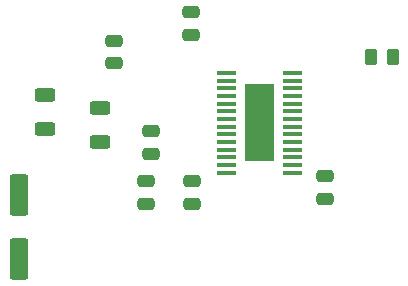
<source format=gbr>
%TF.GenerationSoftware,KiCad,Pcbnew,8.0.5*%
%TF.CreationDate,2025-03-31T18:24:30-05:00*%
%TF.ProjectId,new_MotorDriver_v1.5_NEW,6e65775f-4d6f-4746-9f72-447269766572,rev?*%
%TF.SameCoordinates,Original*%
%TF.FileFunction,Paste,Top*%
%TF.FilePolarity,Positive*%
%FSLAX46Y46*%
G04 Gerber Fmt 4.6, Leading zero omitted, Abs format (unit mm)*
G04 Created by KiCad (PCBNEW 8.0.5) date 2025-03-31 18:24:30*
%MOMM*%
%LPD*%
G01*
G04 APERTURE LIST*
G04 Aperture macros list*
%AMRoundRect*
0 Rectangle with rounded corners*
0 $1 Rounding radius*
0 $2 $3 $4 $5 $6 $7 $8 $9 X,Y pos of 4 corners*
0 Add a 4 corners polygon primitive as box body*
4,1,4,$2,$3,$4,$5,$6,$7,$8,$9,$2,$3,0*
0 Add four circle primitives for the rounded corners*
1,1,$1+$1,$2,$3*
1,1,$1+$1,$4,$5*
1,1,$1+$1,$6,$7*
1,1,$1+$1,$8,$9*
0 Add four rect primitives between the rounded corners*
20,1,$1+$1,$2,$3,$4,$5,0*
20,1,$1+$1,$4,$5,$6,$7,0*
20,1,$1+$1,$6,$7,$8,$9,0*
20,1,$1+$1,$8,$9,$2,$3,0*%
G04 Aperture macros list end*
%ADD10C,0.010000*%
%ADD11RoundRect,0.250000X-0.550000X1.500000X-0.550000X-1.500000X0.550000X-1.500000X0.550000X1.500000X0*%
%ADD12RoundRect,0.250000X-0.625000X0.312500X-0.625000X-0.312500X0.625000X-0.312500X0.625000X0.312500X0*%
%ADD13RoundRect,0.250000X-0.262500X-0.450000X0.262500X-0.450000X0.262500X0.450000X-0.262500X0.450000X0*%
%ADD14RoundRect,0.250000X-0.475000X0.250000X-0.475000X-0.250000X0.475000X-0.250000X0.475000X0.250000X0*%
%ADD15RoundRect,0.250000X0.475000X-0.250000X0.475000X0.250000X-0.475000X0.250000X-0.475000X-0.250000X0*%
G04 APERTURE END LIST*
D10*
%TO.C,U1*%
X85775000Y-65575000D02*
X84225000Y-65575000D01*
X84225000Y-65325000D01*
X85775000Y-65325000D01*
X85775000Y-65575000D01*
G36*
X85775000Y-65575000D02*
G01*
X84225000Y-65575000D01*
X84225000Y-65325000D01*
X85775000Y-65325000D01*
X85775000Y-65575000D01*
G37*
X85775000Y-64925000D02*
X84225000Y-64925000D01*
X84225000Y-64675000D01*
X85775000Y-64675000D01*
X85775000Y-64925000D01*
G36*
X85775000Y-64925000D02*
G01*
X84225000Y-64925000D01*
X84225000Y-64675000D01*
X85775000Y-64675000D01*
X85775000Y-64925000D01*
G37*
X85775000Y-64275000D02*
X84225000Y-64275000D01*
X84225000Y-64025000D01*
X85775000Y-64025000D01*
X85775000Y-64275000D01*
G36*
X85775000Y-64275000D02*
G01*
X84225000Y-64275000D01*
X84225000Y-64025000D01*
X85775000Y-64025000D01*
X85775000Y-64275000D01*
G37*
X85775000Y-63625000D02*
X84225000Y-63625000D01*
X84225000Y-63375000D01*
X85775000Y-63375000D01*
X85775000Y-63625000D01*
G36*
X85775000Y-63625000D02*
G01*
X84225000Y-63625000D01*
X84225000Y-63375000D01*
X85775000Y-63375000D01*
X85775000Y-63625000D01*
G37*
X85775000Y-62975000D02*
X84225000Y-62975000D01*
X84225000Y-62725000D01*
X85775000Y-62725000D01*
X85775000Y-62975000D01*
G36*
X85775000Y-62975000D02*
G01*
X84225000Y-62975000D01*
X84225000Y-62725000D01*
X85775000Y-62725000D01*
X85775000Y-62975000D01*
G37*
X85775000Y-62325000D02*
X84225000Y-62325000D01*
X84225000Y-62075000D01*
X85775000Y-62075000D01*
X85775000Y-62325000D01*
G36*
X85775000Y-62325000D02*
G01*
X84225000Y-62325000D01*
X84225000Y-62075000D01*
X85775000Y-62075000D01*
X85775000Y-62325000D01*
G37*
X85775000Y-61675000D02*
X84225000Y-61675000D01*
X84225000Y-61425000D01*
X85775000Y-61425000D01*
X85775000Y-61675000D01*
G36*
X85775000Y-61675000D02*
G01*
X84225000Y-61675000D01*
X84225000Y-61425000D01*
X85775000Y-61425000D01*
X85775000Y-61675000D01*
G37*
X85775000Y-61025000D02*
X84225000Y-61025000D01*
X84225000Y-60775000D01*
X85775000Y-60775000D01*
X85775000Y-61025000D01*
G36*
X85775000Y-61025000D02*
G01*
X84225000Y-61025000D01*
X84225000Y-60775000D01*
X85775000Y-60775000D01*
X85775000Y-61025000D01*
G37*
X85775000Y-60375000D02*
X84225000Y-60375000D01*
X84225000Y-60125000D01*
X85775000Y-60125000D01*
X85775000Y-60375000D01*
G36*
X85775000Y-60375000D02*
G01*
X84225000Y-60375000D01*
X84225000Y-60125000D01*
X85775000Y-60125000D01*
X85775000Y-60375000D01*
G37*
X85775000Y-59725000D02*
X84225000Y-59725000D01*
X84225000Y-59475000D01*
X85775000Y-59475000D01*
X85775000Y-59725000D01*
G36*
X85775000Y-59725000D02*
G01*
X84225000Y-59725000D01*
X84225000Y-59475000D01*
X85775000Y-59475000D01*
X85775000Y-59725000D01*
G37*
X85775000Y-59075000D02*
X84225000Y-59075000D01*
X84225000Y-58825000D01*
X85775000Y-58825000D01*
X85775000Y-59075000D01*
G36*
X85775000Y-59075000D02*
G01*
X84225000Y-59075000D01*
X84225000Y-58825000D01*
X85775000Y-58825000D01*
X85775000Y-59075000D01*
G37*
X85775000Y-58425000D02*
X84225000Y-58425000D01*
X84225000Y-58175000D01*
X85775000Y-58175000D01*
X85775000Y-58425000D01*
G36*
X85775000Y-58425000D02*
G01*
X84225000Y-58425000D01*
X84225000Y-58175000D01*
X85775000Y-58175000D01*
X85775000Y-58425000D01*
G37*
X85775000Y-57775000D02*
X84225000Y-57775000D01*
X84225000Y-57525000D01*
X85775000Y-57525000D01*
X85775000Y-57775000D01*
G36*
X85775000Y-57775000D02*
G01*
X84225000Y-57775000D01*
X84225000Y-57525000D01*
X85775000Y-57525000D01*
X85775000Y-57775000D01*
G37*
X85775000Y-57125000D02*
X84225000Y-57125000D01*
X84225000Y-56875000D01*
X85775000Y-56875000D01*
X85775000Y-57125000D01*
G36*
X85775000Y-57125000D02*
G01*
X84225000Y-57125000D01*
X84225000Y-56875000D01*
X85775000Y-56875000D01*
X85775000Y-57125000D01*
G37*
X83400000Y-64455000D02*
X81000000Y-64455000D01*
X81000000Y-57995000D01*
X83400000Y-57995000D01*
X83400000Y-64455000D01*
G36*
X83400000Y-64455000D02*
G01*
X81000000Y-64455000D01*
X81000000Y-57995000D01*
X83400000Y-57995000D01*
X83400000Y-64455000D01*
G37*
X80175000Y-65575000D02*
X78625000Y-65575000D01*
X78625000Y-65325000D01*
X80175000Y-65325000D01*
X80175000Y-65575000D01*
G36*
X80175000Y-65575000D02*
G01*
X78625000Y-65575000D01*
X78625000Y-65325000D01*
X80175000Y-65325000D01*
X80175000Y-65575000D01*
G37*
X80175000Y-64925000D02*
X78625000Y-64925000D01*
X78625000Y-64675000D01*
X80175000Y-64675000D01*
X80175000Y-64925000D01*
G36*
X80175000Y-64925000D02*
G01*
X78625000Y-64925000D01*
X78625000Y-64675000D01*
X80175000Y-64675000D01*
X80175000Y-64925000D01*
G37*
X80175000Y-64275000D02*
X78625000Y-64275000D01*
X78625000Y-64025000D01*
X80175000Y-64025000D01*
X80175000Y-64275000D01*
G36*
X80175000Y-64275000D02*
G01*
X78625000Y-64275000D01*
X78625000Y-64025000D01*
X80175000Y-64025000D01*
X80175000Y-64275000D01*
G37*
X80175000Y-63625000D02*
X78625000Y-63625000D01*
X78625000Y-63375000D01*
X80175000Y-63375000D01*
X80175000Y-63625000D01*
G36*
X80175000Y-63625000D02*
G01*
X78625000Y-63625000D01*
X78625000Y-63375000D01*
X80175000Y-63375000D01*
X80175000Y-63625000D01*
G37*
X80175000Y-62975000D02*
X78625000Y-62975000D01*
X78625000Y-62725000D01*
X80175000Y-62725000D01*
X80175000Y-62975000D01*
G36*
X80175000Y-62975000D02*
G01*
X78625000Y-62975000D01*
X78625000Y-62725000D01*
X80175000Y-62725000D01*
X80175000Y-62975000D01*
G37*
X80175000Y-62325000D02*
X78625000Y-62325000D01*
X78625000Y-62075000D01*
X80175000Y-62075000D01*
X80175000Y-62325000D01*
G36*
X80175000Y-62325000D02*
G01*
X78625000Y-62325000D01*
X78625000Y-62075000D01*
X80175000Y-62075000D01*
X80175000Y-62325000D01*
G37*
X80175000Y-61675000D02*
X78625000Y-61675000D01*
X78625000Y-61425000D01*
X80175000Y-61425000D01*
X80175000Y-61675000D01*
G36*
X80175000Y-61675000D02*
G01*
X78625000Y-61675000D01*
X78625000Y-61425000D01*
X80175000Y-61425000D01*
X80175000Y-61675000D01*
G37*
X80175000Y-61025000D02*
X78625000Y-61025000D01*
X78625000Y-60775000D01*
X80175000Y-60775000D01*
X80175000Y-61025000D01*
G36*
X80175000Y-61025000D02*
G01*
X78625000Y-61025000D01*
X78625000Y-60775000D01*
X80175000Y-60775000D01*
X80175000Y-61025000D01*
G37*
X80175000Y-60375000D02*
X78625000Y-60375000D01*
X78625000Y-60125000D01*
X80175000Y-60125000D01*
X80175000Y-60375000D01*
G36*
X80175000Y-60375000D02*
G01*
X78625000Y-60375000D01*
X78625000Y-60125000D01*
X80175000Y-60125000D01*
X80175000Y-60375000D01*
G37*
X80175000Y-59725000D02*
X78625000Y-59725000D01*
X78625000Y-59475000D01*
X80175000Y-59475000D01*
X80175000Y-59725000D01*
G36*
X80175000Y-59725000D02*
G01*
X78625000Y-59725000D01*
X78625000Y-59475000D01*
X80175000Y-59475000D01*
X80175000Y-59725000D01*
G37*
X80175000Y-59075000D02*
X78625000Y-59075000D01*
X78625000Y-58825000D01*
X80175000Y-58825000D01*
X80175000Y-59075000D01*
G36*
X80175000Y-59075000D02*
G01*
X78625000Y-59075000D01*
X78625000Y-58825000D01*
X80175000Y-58825000D01*
X80175000Y-59075000D01*
G37*
X80175000Y-58425000D02*
X78625000Y-58425000D01*
X78625000Y-58175000D01*
X80175000Y-58175000D01*
X80175000Y-58425000D01*
G36*
X80175000Y-58425000D02*
G01*
X78625000Y-58425000D01*
X78625000Y-58175000D01*
X80175000Y-58175000D01*
X80175000Y-58425000D01*
G37*
X80175000Y-57775000D02*
X78625000Y-57775000D01*
X78625000Y-57525000D01*
X80175000Y-57525000D01*
X80175000Y-57775000D01*
G36*
X80175000Y-57775000D02*
G01*
X78625000Y-57775000D01*
X78625000Y-57525000D01*
X80175000Y-57525000D01*
X80175000Y-57775000D01*
G37*
X80175000Y-57125000D02*
X78625000Y-57125000D01*
X78625000Y-56875000D01*
X80175000Y-56875000D01*
X80175000Y-57125000D01*
G36*
X80175000Y-57125000D02*
G01*
X78625000Y-57125000D01*
X78625000Y-56875000D01*
X80175000Y-56875000D01*
X80175000Y-57125000D01*
G37*
%TD*%
D11*
%TO.C,C2*%
X61874400Y-67353200D03*
X61874400Y-72753200D03*
%TD*%
D12*
%TO.C,R1*%
X68700000Y-59975000D03*
X68700000Y-62900000D03*
%TD*%
D13*
%TO.C,R3*%
X91675000Y-55700000D03*
X93500000Y-55700000D03*
%TD*%
D14*
%TO.C,C7*%
X72600000Y-66200000D03*
X72600000Y-68100000D03*
%TD*%
D15*
%TO.C,C4*%
X69900000Y-56200000D03*
X69900000Y-54300000D03*
%TD*%
D14*
%TO.C,C5*%
X76500000Y-66200000D03*
X76500000Y-68100000D03*
%TD*%
D12*
%TO.C,R2*%
X64100000Y-58900000D03*
X64100000Y-61825000D03*
%TD*%
D15*
%TO.C,C9*%
X87800000Y-67700000D03*
X87800000Y-65800000D03*
%TD*%
D14*
%TO.C,C3*%
X76400000Y-51900000D03*
X76400000Y-53800000D03*
%TD*%
%TO.C,C8*%
X73000000Y-62000000D03*
X73000000Y-63900000D03*
%TD*%
M02*

</source>
